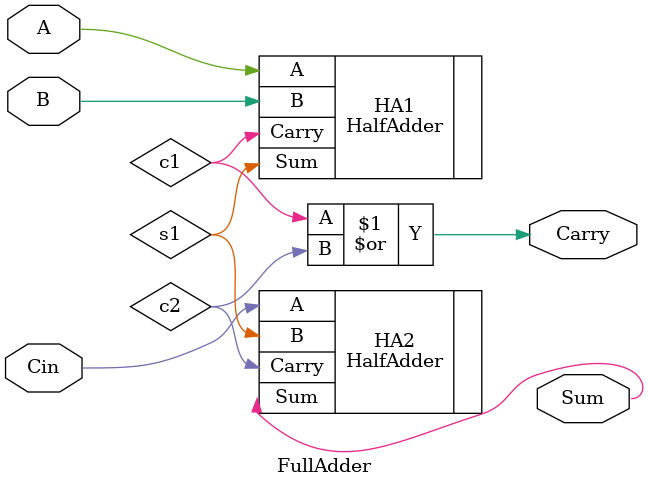
<source format=sv>
`timescale 1ns / 1ps


module FullAdder
(
    // ports
    input A,
    input B,
    input Cin,
    output Sum,
    output Carry
);

// local variables
logic s1, c1, c2;

// module instantiation
HalfAdder HA1 ( .A(A),
                .B(B),
                .Sum(s1),
                .Carry(c1));
    
HalfAdder HA2 ( .A(Cin),
                .B(s1),
                .Sum(Sum),
                .Carry(c2));    

or (Carry, c1, c2);

endmodule

</source>
